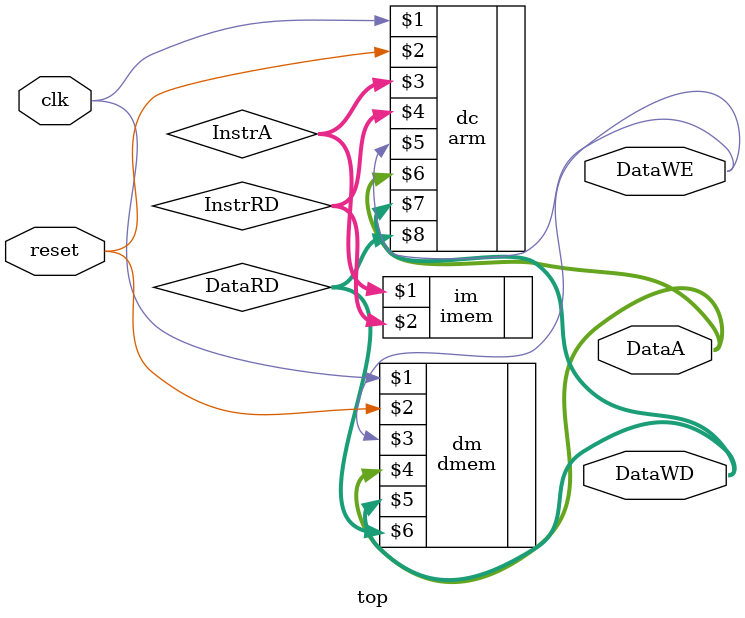
<source format=sv>
`timescale 1ns / 1ps

module top(input logic clk, reset,
           output logic [31:0] DataWD, DataA,
           output logic DataWE);
           
    // Intermediate Signals
    // Instruction Memory
    logic [31:0] InstrA, InstrRD;
    // InstrA is PCF, InstrRD is InstrF
    
    // Data Memory
    logic [31:0] DataRD;
    // DataRD is ReadDataM
    
    // Instruction memory
    imem im(InstrA, InstrRD);
    // Data Memory
    dmem dm(clk, reset, DataWE, DataA, DataWD, DataRD);
    // Datapath + Controller module. Includes register file
    arm dc(clk, reset, InstrA, InstrRD, DataWE, DataA, DataWD, DataRD);
endmodule
</source>
